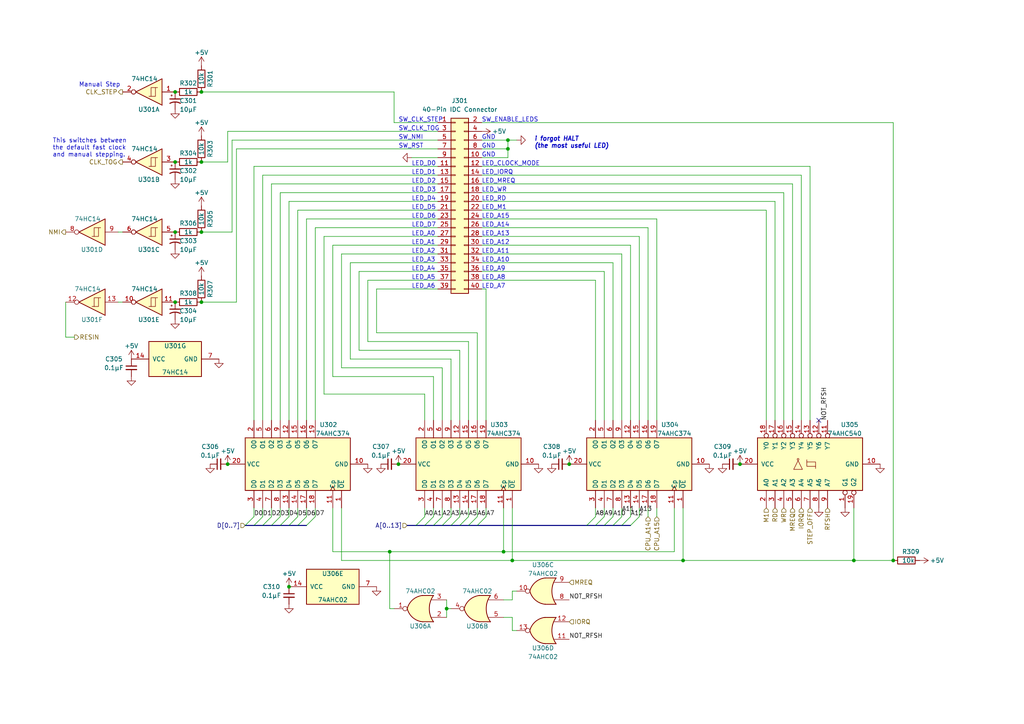
<source format=kicad_sch>
(kicad_sch (version 20230121) (generator eeschema)
  (paper "A4")
  (title_block (title "Computer") (date "2021-02-23") (rev "v1.0") (company "B.W. Harrison") (comment 1 "There are also buttons for NMI, RESET, toggle manual clock, and step manual clock.") (comment 2 "are active. This is because RFSH puts random data on the address bus that we don't want.") (comment 3 "The address and data buses are latched when RFSH is inactive and either MREQ or IORQ") (comment 4 "The front panel displays the address bus, data bus, and various control signals."))
  (lib_symbols
    (symbol "74AHC02_1" (pin_names (offset 1.016))
      (property "Reference" "U" (at 0 1.27 0))
      (property "Value" "74AHC02" (at 0 -1.27 0))
      (symbol "74AHC02_1_1_1"
        (pin output inverted (at 7.62 0 180) (length 3.81) (name "~") (number "1"))
        (pin input line (at -7.62 2.54 0) (length 4.318) (name "~") (number "2"))
        (pin input line (at -7.62 -2.54 0) (length 4.318) (name "~") (number "3"))
      )
      (symbol "74AHC02_1_1_2"
        (pin output line (at 7.62 0 180) (length 3.81) (name "~") (number "1"))
        (pin input inverted (at -7.62 2.54 0) (length 3.81) (name "~") (number "2"))
        (pin input inverted (at -7.62 -2.54 0) (length 3.81) (name "~") (number "3"))
      )
      (symbol "74AHC02_1_2_1"
        (pin output inverted (at 7.62 0 180) (length 3.81) (name "~") (number "4"))
        (pin input line (at -7.62 2.54 0) (length 4.318) (name "~") (number "5"))
        (pin input line (at -7.62 -2.54 0) (length 4.318) (name "~") (number "6"))
      )
      (symbol "74AHC02_1_2_2"
        (pin output line (at 7.62 0 180) (length 3.81) (name "~") (number "4"))
        (pin input inverted (at -7.62 2.54 0) (length 3.81) (name "~") (number "5"))
        (pin input inverted (at -7.62 -2.54 0) (length 3.81) (name "~") (number "6"))
      )
      (symbol "74AHC02_1_3_1"
        (pin output inverted (at 7.62 0 180) (length 3.81) (name "~") (number "10"))
        (pin input line (at -7.62 2.54 0) (length 4.318) (name "~") (number "8"))
        (pin input line (at -7.62 -2.54 0) (length 4.318) (name "~") (number "9"))
      )
      (symbol "74AHC02_1_3_2"
        (pin output line (at 7.62 0 180) (length 3.81) (name "~") (number "10"))
        (pin input inverted (at -7.62 2.54 0) (length 3.81) (name "~") (number "8"))
        (pin input inverted (at -7.62 -2.54 0) (length 3.81) (name "~") (number "9"))
      )
      (symbol "74AHC02_1_4_1"
        (pin input line (at -7.62 2.54 0) (length 4.318) (name "~") (number "11"))
        (pin input line (at -7.62 -2.54 0) (length 4.318) (name "~") (number "12"))
        (pin output inverted (at 7.62 0 180) (length 3.81) (name "~") (number "13"))
      )
      (symbol "74AHC02_1_4_2"
        (pin input inverted (at -7.62 2.54 0) (length 3.81) (name "~") (number "11"))
        (pin input inverted (at -7.62 -2.54 0) (length 3.81) (name "~") (number "12"))
        (pin output line (at 7.62 0 180) (length 3.81) (name "~") (number "13"))
      )
      (symbol "74AHC02_1_5_0"
        (pin power_in line (at 0 12.7 270) (length 5.08) (name "VCC") (number "14"))
        (pin power_in line (at 0 -12.7 90) (length 5.08) (name "GND") (number "7"))
      )
    )
    (symbol "74AHC02_2" (pin_names (offset 1.016))
      (property "Reference" "U" (at 0 1.27 0))
      (property "Value" "74AHC02" (at 0 -1.27 0))
      (symbol "74AHC02_2_1_1"
        (pin output inverted (at 7.62 0 180) (length 3.81) (name "~") (number "1"))
        (pin input line (at -7.62 2.54 0) (length 4.318) (name "~") (number "2"))
        (pin input line (at -7.62 -2.54 0) (length 4.318) (name "~") (number "3"))
      )
      (symbol "74AHC02_2_1_2"
        (pin output line (at 7.62 0 180) (length 3.81) (name "~") (number "1"))
        (pin input inverted (at -7.62 2.54 0) (length 3.81) (name "~") (number "2"))
        (pin input inverted (at -7.62 -2.54 0) (length 3.81) (name "~") (number "3"))
      )
      (symbol "74AHC02_2_2_1"
        (pin output inverted (at 7.62 0 180) (length 3.81) (name "~") (number "4"))
        (pin input line (at -7.62 2.54 0) (length 4.318) (name "~") (number "5"))
        (pin input line (at -7.62 -2.54 0) (length 4.318) (name "~") (number "6"))
      )
      (symbol "74AHC02_2_2_2"
        (pin output line (at 7.62 0 180) (length 3.81) (name "~") (number "4"))
        (pin input inverted (at -7.62 2.54 0) (length 3.81) (name "~") (number "5"))
        (pin input inverted (at -7.62 -2.54 0) (length 3.81) (name "~") (number "6"))
      )
      (symbol "74AHC02_2_3_1"
        (pin output inverted (at 7.62 0 180) (length 3.81) (name "~") (number "10"))
        (pin input line (at -7.62 2.54 0) (length 4.318) (name "~") (number "8"))
        (pin input line (at -7.62 -2.54 0) (length 4.318) (name "~") (number "9"))
      )
      (symbol "74AHC02_2_3_2"
        (pin output line (at 7.62 0 180) (length 3.81) (name "~") (number "10"))
        (pin input inverted (at -7.62 2.54 0) (length 3.81) (name "~") (number "8"))
        (pin input inverted (at -7.62 -2.54 0) (length 3.81) (name "~") (number "9"))
      )
      (symbol "74AHC02_2_4_1"
        (pin input line (at -7.62 2.54 0) (length 4.318) (name "~") (number "11"))
        (pin input line (at -7.62 -2.54 0) (length 4.318) (name "~") (number "12"))
        (pin output inverted (at 7.62 0 180) (length 3.81) (name "~") (number "13"))
      )
      (symbol "74AHC02_2_4_2"
        (pin input inverted (at -7.62 2.54 0) (length 3.81) (name "~") (number "11"))
        (pin input inverted (at -7.62 -2.54 0) (length 3.81) (name "~") (number "12"))
        (pin output line (at 7.62 0 180) (length 3.81) (name "~") (number "13"))
      )
      (symbol "74AHC02_2_5_0"
        (pin power_in line (at 0 12.7 270) (length 5.08) (name "VCC") (number "14"))
        (pin power_in line (at 0 -12.7 90) (length 5.08) (name "GND") (number "7"))
      )
    )
    (symbol "74AHC02_3" (pin_names (offset 1.016))
      (property "Reference" "U" (at 0 1.27 0))
      (property "Value" "74AHC02" (at 0 -1.27 0))
      (symbol "74AHC02_3_1_1"
        (pin output inverted (at 7.62 0 180) (length 3.81) (name "~") (number "1"))
        (pin input line (at -7.62 2.54 0) (length 4.318) (name "~") (number "2"))
        (pin input line (at -7.62 -2.54 0) (length 4.318) (name "~") (number "3"))
      )
      (symbol "74AHC02_3_1_2"
        (pin output line (at 7.62 0 180) (length 3.81) (name "~") (number "1"))
        (pin input inverted (at -7.62 2.54 0) (length 3.81) (name "~") (number "2"))
        (pin input inverted (at -7.62 -2.54 0) (length 3.81) (name "~") (number "3"))
      )
      (symbol "74AHC02_3_2_1"
        (pin output inverted (at 7.62 0 180) (length 3.81) (name "~") (number "4"))
        (pin input line (at -7.62 2.54 0) (length 4.318) (name "~") (number "5"))
        (pin input line (at -7.62 -2.54 0) (length 4.318) (name "~") (number "6"))
      )
      (symbol "74AHC02_3_2_2"
        (pin output line (at 7.62 0 180) (length 3.81) (name "~") (number "4"))
        (pin input inverted (at -7.62 2.54 0) (length 3.81) (name "~") (number "5"))
        (pin input inverted (at -7.62 -2.54 0) (length 3.81) (name "~") (number "6"))
      )
      (symbol "74AHC02_3_3_1"
        (pin output inverted (at 7.62 0 180) (length 3.81) (name "~") (number "10"))
        (pin input line (at -7.62 2.54 0) (length 4.318) (name "~") (number "8"))
        (pin input line (at -7.62 -2.54 0) (length 4.318) (name "~") (number "9"))
      )
      (symbol "74AHC02_3_3_2"
        (pin output line (at 7.62 0 180) (length 3.81) (name "~") (number "10"))
        (pin input inverted (at -7.62 2.54 0) (length 3.81) (name "~") (number "8"))
        (pin input inverted (at -7.62 -2.54 0) (length 3.81) (name "~") (number "9"))
      )
      (symbol "74AHC02_3_4_1"
        (pin input line (at -7.62 2.54 0) (length 4.318) (name "~") (number "11"))
        (pin input line (at -7.62 -2.54 0) (length 4.318) (name "~") (number "12"))
        (pin output inverted (at 7.62 0 180) (length 3.81) (name "~") (number "13"))
      )
      (symbol "74AHC02_3_4_2"
        (pin input inverted (at -7.62 2.54 0) (length 3.81) (name "~") (number "11"))
        (pin input inverted (at -7.62 -2.54 0) (length 3.81) (name "~") (number "12"))
        (pin output line (at 7.62 0 180) (length 3.81) (name "~") (number "13"))
      )
      (symbol "74AHC02_3_5_0"
        (pin power_in line (at 0 12.7 270) (length 5.08) (name "VCC") (number "14"))
        (pin power_in line (at 0 -12.7 90) (length 5.08) (name "GND") (number "7"))
      )
    )
    (symbol "74AHC02_4" (pin_names (offset 1.016))
      (property "Reference" "U" (at 0 1.27 0))
      (property "Value" "74AHC02" (at 0 -1.27 0))
      (symbol "74AHC02_4_1_1"
        (pin output inverted (at 7.62 0 180) (length 3.81) (name "~") (number "1"))
        (pin input line (at -7.62 2.54 0) (length 4.318) (name "~") (number "2"))
        (pin input line (at -7.62 -2.54 0) (length 4.318) (name "~") (number "3"))
      )
      (symbol "74AHC02_4_1_2"
        (pin output line (at 7.62 0 180) (length 3.81) (name "~") (number "1"))
        (pin input inverted (at -7.62 2.54 0) (length 3.81) (name "~") (number "2"))
        (pin input inverted (at -7.62 -2.54 0) (length 3.81) (name "~") (number "3"))
      )
      (symbol "74AHC02_4_2_1"
        (pin output inverted (at 7.62 0 180) (length 3.81) (name "~") (number "4"))
        (pin input line (at -7.62 2.54 0) (length 4.318) (name "~") (number "5"))
        (pin input line (at -7.62 -2.54 0) (length 4.318) (name "~") (number "6"))
      )
      (symbol "74AHC02_4_2_2"
        (pin output line (at 7.62 0 180) (length 3.81) (name "~") (number "4"))
        (pin input inverted (at -7.62 2.54 0) (length 3.81) (name "~") (number "5"))
        (pin input inverted (at -7.62 -2.54 0) (length 3.81) (name "~") (number "6"))
      )
      (symbol "74AHC02_4_3_1"
        (pin output inverted (at 7.62 0 180) (length 3.81) (name "~") (number "10"))
        (pin input line (at -7.62 2.54 0) (length 4.318) (name "~") (number "8"))
        (pin input line (at -7.62 -2.54 0) (length 4.318) (name "~") (number "9"))
      )
      (symbol "74AHC02_4_3_2"
        (pin output line (at 7.62 0 180) (length 3.81) (name "~") (number "10"))
        (pin input inverted (at -7.62 2.54 0) (length 3.81) (name "~") (number "8"))
        (pin input inverted (at -7.62 -2.54 0) (length 3.81) (name "~") (number "9"))
      )
      (symbol "74AHC02_4_4_1"
        (pin input line (at -7.62 2.54 0) (length 4.318) (name "~") (number "11"))
        (pin input line (at -7.62 -2.54 0) (length 4.318) (name "~") (number "12"))
        (pin output inverted (at 7.62 0 180) (length 3.81) (name "~") (number "13"))
      )
      (symbol "74AHC02_4_4_2"
        (pin input inverted (at -7.62 2.54 0) (length 3.81) (name "~") (number "11"))
        (pin input inverted (at -7.62 -2.54 0) (length 3.81) (name "~") (number "12"))
        (pin output line (at 7.62 0 180) (length 3.81) (name "~") (number "13"))
      )
      (symbol "74AHC02_4_5_0"
        (pin power_in line (at 0 12.7 270) (length 5.08) (name "VCC") (number "14"))
        (pin power_in line (at 0 -12.7 90) (length 5.08) (name "GND") (number "7"))
      )
    )
    (symbol "74xx:74AHC02" (pin_names (offset 1.016))
      (property "Reference" "U" (at 0 1.27 0))
      (property "Value" "74AHC02" (at 0 -1.27 0))
      (symbol "74AHC02_1_1"
        (pin output inverted (at 7.62 0 180) (length 3.81) (name "~") (number "1"))
        (pin input line (at -7.62 2.54 0) (length 4.318) (name "~") (number "2"))
        (pin input line (at -7.62 -2.54 0) (length 4.318) (name "~") (number "3"))
      )
      (symbol "74AHC02_1_2"
        (pin output line (at 7.62 0 180) (length 3.81) (name "~") (number "1"))
        (pin input inverted (at -7.62 2.54 0) (length 3.81) (name "~") (number "2"))
        (pin input inverted (at -7.62 -2.54 0) (length 3.81) (name "~") (number "3"))
      )
      (symbol "74AHC02_2_1"
        (pin output inverted (at 7.62 0 180) (length 3.81) (name "~") (number "4"))
        (pin input line (at -7.62 2.54 0) (length 4.318) (name "~") (number "5"))
        (pin input line (at -7.62 -2.54 0) (length 4.318) (name "~") (number "6"))
      )
      (symbol "74AHC02_2_2"
        (pin output line (at 7.62 0 180) (length 3.81) (name "~") (number "4"))
        (pin input inverted (at -7.62 2.54 0) (length 3.81) (name "~") (number "5"))
        (pin input inverted (at -7.62 -2.54 0) (length 3.81) (name "~") (number "6"))
      )
      (symbol "74AHC02_3_1"
        (pin output inverted (at 7.62 0 180) (length 3.81) (name "~") (number "10"))
        (pin input line (at -7.62 2.54 0) (length 4.318) (name "~") (number "8"))
        (pin input line (at -7.62 -2.54 0) (length 4.318) (name "~") (number "9"))
      )
      (symbol "74AHC02_3_2"
        (pin output line (at 7.62 0 180) (length 3.81) (name "~") (number "10"))
        (pin input inverted (at -7.62 2.54 0) (length 3.81) (name "~") (number "8"))
        (pin input inverted (at -7.62 -2.54 0) (length 3.81) (name "~") (number "9"))
      )
      (symbol "74AHC02_4_1"
        (pin input line (at -7.62 2.54 0) (length 4.318) (name "~") (number "11"))
        (pin input line (at -7.62 -2.54 0) (length 4.318) (name "~") (number "12"))
        (pin output inverted (at 7.62 0 180) (length 3.81) (name "~") (number "13"))
      )
      (symbol "74AHC02_4_2"
        (pin input inverted (at -7.62 2.54 0) (length 3.81) (name "~") (number "11"))
        (pin input inverted (at -7.62 -2.54 0) (length 3.81) (name "~") (number "12"))
        (pin output line (at 7.62 0 180) (length 3.81) (name "~") (number "13"))
      )
      (symbol "74AHC02_5_0"
        (pin power_in line (at 0 12.7 270) (length 5.08) (name "VCC") (number "14"))
        (pin power_in line (at 0 -12.7 90) (length 5.08) (name "GND") (number "7"))
      )
    )
    (symbol "74xx:74AHC374"
      (property "Reference" "U" (at -7.62 16.51 0))
      (property "Value" "74AHC374" (at -7.62 -16.51 0))
      (symbol "74AHC374_1_0"
        (pin input line (at -12.7 -12.7 0) (length 5.08) (name "~{OE}") (number "1"))
        (pin power_in line (at 0 -20.32 90) (length 5.08) (name "GND") (number "10"))
        (pin input clock (at -12.7 -10.16 0) (length 5.08) (name "Cp") (number "11"))
        (pin tri_state line (at 12.7 2.54 180) (length 5.08) (name "O4") (number "12"))
        (pin input line (at -12.7 2.54 0) (length 5.08) (name "D4") (number "13"))
        (pin input line (at -12.7 0 0) (length 5.08) (name "D5") (number "14"))
        (pin tri_state line (at 12.7 0 180) (length 5.08) (name "O5") (number "15"))
        (pin tri_state line (at 12.7 -2.54 180) (length 5.08) (name "O6") (number "16"))
        (pin input line (at -12.7 -2.54 0) (length 5.08) (name "D6") (number "17"))
        (pin input line (at -12.7 -5.08 0) (length 5.08) (name "D7") (number "18"))
        (pin tri_state line (at 12.7 -5.08 180) (length 5.08) (name "O7") (number "19"))
        (pin tri_state line (at 12.7 12.7 180) (length 5.08) (name "O0") (number "2"))
        (pin power_in line (at 0 20.32 270) (length 5.08) (name "VCC") (number "20"))
        (pin input line (at -12.7 12.7 0) (length 5.08) (name "D0") (number "3"))
        (pin input line (at -12.7 10.16 0) (length 5.08) (name "D1") (number "4"))
        (pin tri_state line (at 12.7 10.16 180) (length 5.08) (name "O1") (number "5"))
        (pin tri_state line (at 12.7 7.62 180) (length 5.08) (name "O2") (number "6"))
        (pin input line (at -12.7 7.62 0) (length 5.08) (name "D2") (number "7"))
        (pin input line (at -12.7 5.08 0) (length 5.08) (name "D3") (number "8"))
        (pin tri_state line (at 12.7 5.08 180) (length 5.08) (name "O3") (number "9"))
      )
    )
    (symbol "74xx:74AHC540" (pin_names (offset 1.016))
      (property "Reference" "U" (at -7.62 16.51 0))
      (property "Value" "74AHC540" (at -7.62 -16.51 0))
      (symbol "74AHC540_1_0"
        (pin input inverted (at -12.7 -10.16 0) (length 5.08) (name "G1") (number "1"))
        (pin power_in line (at 0 -20.32 90) (length 5.08) (name "GND") (number "10"))
        (pin tri_state inverted (at 12.7 -5.08 180) (length 5.08) (name "Y7") (number "11"))
        (pin tri_state inverted (at 12.7 -2.54 180) (length 5.08) (name "Y6") (number "12"))
        (pin tri_state inverted (at 12.7 0 180) (length 5.08) (name "Y5") (number "13"))
        (pin tri_state inverted (at 12.7 2.54 180) (length 5.08) (name "Y4") (number "14"))
        (pin tri_state inverted (at 12.7 5.08 180) (length 5.08) (name "Y3") (number "15"))
        (pin tri_state inverted (at 12.7 7.62 180) (length 5.08) (name "Y2") (number "16"))
        (pin tri_state inverted (at 12.7 10.16 180) (length 5.08) (name "Y1") (number "17"))
        (pin tri_state inverted (at 12.7 12.7 180) (length 5.08) (name "Y0") (number "18"))
        (pin input inverted (at -12.7 -12.7 0) (length 5.08) (name "G2") (number "19"))
        (pin input line (at -12.7 12.7 0) (length 5.08) (name "A0") (number "2"))
        (pin power_in line (at 0 20.32 270) (length 5.08) (name "VCC") (number "20"))
        (pin input line (at -12.7 10.16 0) (length 5.08) (name "A1") (number "3"))
        (pin input line (at -12.7 7.62 0) (length 5.08) (name "A2") (number "4"))
        (pin input line (at -12.7 5.08 0) (length 5.08) (name "A3") (number "5"))
        (pin input line (at -12.7 2.54 0) (length 5.08) (name "A4") (number "6"))
        (pin input line (at -12.7 0 0) (length 5.08) (name "A5") (number "7"))
        (pin input line (at -12.7 -2.54 0) (length 5.08) (name "A6") (number "8"))
        (pin input line (at -12.7 -5.08 0) (length 5.08) (name "A7") (number "9"))
      )
    )
    (symbol "74xx:74HC14" (pin_names (offset 1.016))
      (property "Reference" "U" (at 0 1.27 0))
      (property "Value" "74HC14" (at 0 -1.27 0))
      (symbol "74HC14_1_0"
        (pin input line (at -7.62 0 0) (length 3.81) (name "~") (number "1"))
        (pin output inverted (at 7.62 0 180) (length 3.81) (name "~") (number "2"))
      )
      (symbol "74HC14_2_0"
        (pin input line (at -7.62 0 0) (length 3.81) (name "~") (number "3"))
        (pin output inverted (at 7.62 0 180) (length 3.81) (name "~") (number "4"))
      )
      (symbol "74HC14_3_0"
        (pin input line (at -7.62 0 0) (length 3.81) (name "~") (number "5"))
        (pin output inverted (at 7.62 0 180) (length 3.81) (name "~") (number "6"))
      )
      (symbol "74HC14_4_0"
        (pin output inverted (at 7.62 0 180) (length 3.81) (name "~") (number "8"))
        (pin input line (at -7.62 0 0) (length 3.81) (name "~") (number "9"))
      )
      (symbol "74HC14_5_0"
        (pin output inverted (at 7.62 0 180) (length 3.81) (name "~") (number "10"))
        (pin input line (at -7.62 0 0) (length 3.81) (name "~") (number "11"))
      )
      (symbol "74HC14_6_0"
        (pin output inverted (at 7.62 0 180) (length 3.81) (name "~") (number "12"))
        (pin input line (at -7.62 0 0) (length 3.81) (name "~") (number "13"))
      )
      (symbol "74HC14_7_0"
        (pin power_in line (at 0 12.7 270) (length 5.08) (name "VCC") (number "14"))
        (pin power_in line (at 0 -12.7 90) (length 5.08) (name "GND") (number "7"))
      )
    )
    (symbol "Connector_Generic:Conn_02x20_Odd_Even" (pin_names (offset 1.016) hide)
      (property "Reference" "J" (at 1.27 25.4 0))
      (property "Value" "Conn_02x20_Odd_Even" (at 1.27 -27.94 0))
      (symbol "Conn_02x20_Odd_Even_1_1"
        (pin passive line (at -5.08 22.86 0) (length 3.81) (name "Pin_1") (number "1"))
        (pin passive line (at 7.62 12.7 180) (length 3.81) (name "Pin_10") (number "10"))
        (pin passive line (at -5.08 10.16 0) (length 3.81) (name "Pin_11") (number "11"))
        (pin passive line (at 7.62 10.16 180) (length 3.81) (name "Pin_12") (number "12"))
        (pin passive line (at -5.08 7.62 0) (length 3.81) (name "Pin_13") (number "13"))
        (pin passive line (at 7.62 7.62 180) (length 3.81) (name "Pin_14") (number "14"))
        (pin passive line (at -5.08 5.08 0) (length 3.81) (name "Pin_15") (number "15"))
        (pin passive line (at 7.62 5.08 180) (length 3.81) (name "Pin_16") (number "16"))
        (pin passive line (at -5.08 2.54 0) (length 3.81) (name "Pin_17") (number "17"))
        (pin passive line (at 7.62 2.54 180) (length 3.81) (name "Pin_18") (number "18"))
        (pin passive line (at -5.08 0 0) (length 3.81) (name "Pin_19") (number "19"))
        (pin passive line (at 7.62 22.86 180) (length 3.81) (name "Pin_2") (number "2"))
        (pin passive line (at 7.62 0 180) (length 3.81) (name "Pin_20") (number "20"))
        (pin passive line (at -5.08 -2.54 0) (length 3.81) (name "Pin_21") (number "21"))
        (pin passive line (at 7.62 -2.54 180) (length 3.81) (name "Pin_22") (number "22"))
        (pin passive line (at -5.08 -5.08 0) (length 3.81) (name "Pin_23") (number "23"))
        (pin passive line (at 7.62 -5.08 180) (length 3.81) (name "Pin_24") (number "24"))
        (pin passive line (at -5.08 -7.62 0) (length 3.81) (name "Pin_25") (number "25"))
        (pin passive line (at 7.62 -7.62 180) (length 3.81) (name "Pin_26") (number "26"))
        (pin passive line (at -5.08 -10.16 0) (length 3.81) (name "Pin_27") (number "27"))
        (pin passive line (at 7.62 -10.16 180) (length 3.81) (name "Pin_28") (number "28"))
        (pin passive line (at -5.08 -12.7 0) (length 3.81) (name "Pin_29") (number "29"))
        (pin passive line (at -5.08 20.32 0) (length 3.81) (name "Pin_3") (number "3"))
        (pin passive line (at 7.62 -12.7 180) (length 3.81) (name "Pin_30") (number "30"))
        (pin passive line (at -5.08 -15.24 0) (length 3.81) (name "Pin_31") (number "31"))
        (pin passive line (at 7.62 -15.24 180) (length 3.81) (name "Pin_32") (number "32"))
        (pin passive line (at -5.08 -17.78 0) (length 3.81) (name "Pin_33") (number "33"))
        (pin passive line (at 7.62 -17.78 180) (length 3.81) (name "Pin_34") (number "34"))
        (pin passive line (at -5.08 -20.32 0) (length 3.81) (name "Pin_35") (number "35"))
        (pin passive line (at 7.62 -20.32 180) (length 3.81) (name "Pin_36") (number "36"))
        (pin passive line (at -5.08 -22.86 0) (length 3.81) (name "Pin_37") (number "37"))
        (pin passive line (at 7.62 -22.86 180) (length 3.81) (name "Pin_38") (number "38"))
        (pin passive line (at -5.08 -25.4 0) (length 3.81) (name "Pin_39") (number "39"))
        (pin passive line (at 7.62 20.32 180) (length 3.81) (name "Pin_4") (number "4"))
        (pin passive line (at 7.62 -25.4 180) (length 3.81) (name "Pin_40") (number "40"))
        (pin passive line (at -5.08 17.78 0) (length 3.81) (name "Pin_5") (number "5"))
        (pin passive line (at 7.62 17.78 180) (length 3.81) (name "Pin_6") (number "6"))
        (pin passive line (at -5.08 15.24 0) (length 3.81) (name "Pin_7") (number "7"))
        (pin passive line (at 7.62 15.24 180) (length 3.81) (name "Pin_8") (number "8"))
        (pin passive line (at -5.08 12.7 0) (length 3.81) (name "Pin_9") (number "9"))
      )
    )
    (symbol "Device:C_Polarized_Small_US" (pin_numbers hide) (pin_names (offset 0.254) hide)
      (property "Reference" "C" (at 0.254 1.778 0))
      (property "Value" "C_Polarized_Small_US" (at 0.254 -2.032 0))
      (symbol "C_Polarized_Small_US_1_1"
        (pin passive line (at 0 2.54 270) (length 2.032) (name "~") (number "1"))
        (pin passive line (at 0 -2.54 90) (length 2.032) (name "~") (number "2"))
      )
    )
    (symbol "Device:C_Small" (pin_numbers hide) (pin_names (offset 0.254) hide)
      (property "Reference" "C" (at 0.254 1.778 0))
      (property "Value" "C_Small" (at 0.254 -2.032 0))
      (symbol "C_Small_1_1"
        (pin passive line (at 0 2.54 270) (length 2.032) (name "~") (number "1"))
        (pin passive line (at 0 -2.54 90) (length 2.032) (name "~") (number "2"))
      )
    )
    (symbol "Device:R" (pin_numbers hide) (pin_names (offset 0))
      (property "Reference" "R" (at 2.032 0 90))
      (property "Value" "R" (at 0 0 90))
      (symbol "R_1_1"
        (pin passive line (at 0 3.81 270) (length 1.27) (name "~") (number "1"))
        (pin passive line (at 0 -3.81 90) (length 1.27) (name "~") (number "2"))
      )
    )
    (symbol "power:+5V" (power) (pin_names (offset 0))
      (property "Value" "+5V" (at 0 3.556 0))
      (symbol "+5V_1_1"
        (pin power_in line (at 0 0 90) (length 0) hide (name "+5V") (number "1"))
      )
    )
    (symbol "power:GND" (power) (pin_names (offset 0))
      (property "Value" "GND" (at 0 -3.81 0))
      (symbol "GND_1_1"
        (pin power_in line (at 0 0 270) (length 0) hide (name "GND") (number "1"))
      )
    )
  )
  (junction (at 198.12 162.56))
  (junction (at 83.82 170.18))
  (junction (at 147.32 43.18))
  (junction (at 165.1 134.62))
  (junction (at 129.54 176.53))
  (junction (at 148.59 162.56))
  (junction (at 247.65 162.56))
  (junction (at 146.05 160.02))
  (junction (at 50.8 46.99))
  (junction (at 50.8 67.31))
  (junction (at 58.42 46.99))
  (junction (at 259.08 162.56))
  (junction (at 50.8 26.67))
  (junction (at 58.42 87.63))
  (junction (at 214.63 134.62))
  (junction (at 50.8 87.63))
  (junction (at 113.03 160.02))
  (junction (at 66.04 134.62))
  (junction (at 115.57 134.62))
  (junction (at 58.42 26.67))
  (junction (at 58.42 67.31))
  (junction (at 147.32 40.64))
  (no_connect (at 237.49 121.92))
  (bus_entry (at 128.27 152.4) (size 2.54 -2.54))
  (bus_entry (at 182.88 152.4) (size 2.54 -2.54))
  (bus_entry (at 177.8 152.4) (size 2.54 -2.54))
  (bus_entry (at 76.2 152.4) (size 2.54 -2.54))
  (bus_entry (at 130.81 152.4) (size 2.54 -2.54))
  (bus_entry (at 78.74 152.4) (size 2.54 -2.54))
  (bus_entry (at 88.9 152.4) (size 2.54 -2.54))
  (bus_entry (at 73.66 152.4) (size 2.54 -2.54))
  (bus_entry (at 180.34 152.4) (size 2.54 -2.54))
  (bus_entry (at 123.19 152.4) (size 2.54 -2.54))
  (bus_entry (at 133.35 152.4) (size 2.54 -2.54))
  (bus_entry (at 170.18 152.4) (size 2.54 -2.54))
  (bus_entry (at 125.73 152.4) (size 2.54 -2.54))
  (bus_entry (at 86.36 152.4) (size 2.54 -2.54))
  (bus_entry (at 71.12 152.4) (size 2.54 -2.54))
  (bus_entry (at 138.43 152.4) (size 2.54 -2.54))
  (bus_entry (at 135.89 152.4) (size 2.54 -2.54))
  (bus_entry (at 120.65 152.4) (size 2.54 -2.54))
  (bus_entry (at 81.28 152.4) (size 2.54 -2.54))
  (bus_entry (at 172.72 152.4) (size 2.54 -2.54))
  (bus_entry (at 175.26 152.4) (size 2.54 -2.54))
  (bus_entry (at 83.82 152.4) (size 2.54 -2.54))
  (wire (pts (xy 106.68 99.06) (xy 135.89 99.06)))
  (wire (pts (xy 91.44 149.86) (xy 91.44 147.32)))
  (wire (pts (xy 147.32 43.18) (xy 147.32 45.72)))
  (wire (pts (xy 106.68 81.28) (xy 106.68 99.06)))
  (wire (pts (xy 123.19 114.3) (xy 123.19 121.92)))
  (wire (pts (xy 187.96 66.04) (xy 187.96 121.92)))
  (wire (pts (xy 78.74 147.32) (xy 78.74 149.86)))
  (bus (pts (xy 175.26 152.4) (xy 177.8 152.4)))
  (wire (pts (xy 101.6 104.14) (xy 130.81 104.14)))
  (wire (pts (xy 88.9 63.5) (xy 127 63.5)))
  (wire (pts (xy 19.05 97.79) (xy 19.05 87.63)))
  (wire (pts (xy 139.7 66.04) (xy 187.96 66.04)))
  (wire (pts (xy 76.2 149.86) (xy 76.2 147.32)))
  (wire (pts (xy 177.8 147.32) (xy 177.8 149.86)))
  (bus (pts (xy 123.19 152.4) (xy 125.73 152.4)))
  (wire (pts (xy 146.05 160.02) (xy 195.58 160.02)))
  (wire (pts (xy 229.87 53.34) (xy 229.87 121.92)))
  (wire (pts (xy 99.06 162.56) (xy 148.59 162.56)))
  (wire (pts (xy 99.06 147.32) (xy 99.06 162.56)))
  (wire (pts (xy 224.79 58.42) (xy 224.79 121.92)))
  (wire (pts (xy 73.66 48.26) (xy 73.66 121.92)))
  (wire (pts (xy 96.52 71.12) (xy 96.52 109.22)))
  (wire (pts (xy 86.36 60.96) (xy 86.36 121.92)))
  (wire (pts (xy 127 71.12) (xy 96.52 71.12)))
  (wire (pts (xy 190.5 147.32) (xy 190.5 149.86)))
  (wire (pts (xy 128.27 106.68) (xy 99.06 106.68)))
  (wire (pts (xy 190.5 63.5) (xy 190.5 121.92)))
  (wire (pts (xy 180.34 147.32) (xy 180.34 149.86)))
  (wire (pts (xy 67.31 67.31) (xy 67.31 40.64)))
  (wire (pts (xy 147.32 40.64) (xy 139.7 40.64)))
  (wire (pts (xy 83.82 58.42) (xy 83.82 121.92)))
  (wire (pts (xy 198.12 162.56) (xy 247.65 162.56)))
  (wire (pts (xy 133.35 101.6) (xy 133.35 121.92)))
  (wire (pts (xy 148.59 171.45) (xy 149.86 171.45)))
  (wire (pts (xy 130.81 147.32) (xy 130.81 149.86)))
  (wire (pts (xy 247.65 162.56) (xy 259.08 162.56)))
  (wire (pts (xy 113.03 176.53) (xy 113.03 160.02)))
  (bus (pts (xy 76.2 152.4) (xy 78.74 152.4)))
  (wire (pts (xy 127 50.8) (xy 76.2 50.8)))
  (wire (pts (xy 180.34 73.66) (xy 180.34 121.92)))
  (wire (pts (xy 175.26 78.74) (xy 139.7 78.74)))
  (wire (pts (xy 139.7 81.28) (xy 172.72 81.28)))
  (wire (pts (xy 73.66 147.32) (xy 73.66 149.86)))
  (wire (pts (xy 67.31 40.64) (xy 127 40.64)))
  (wire (pts (xy 198.12 147.32) (xy 198.12 162.56)))
  (wire (pts (xy 119.38 45.72) (xy 127 45.72)))
  (wire (pts (xy 149.86 182.88) (xy 148.59 182.88)))
  (wire (pts (xy 222.25 60.96) (xy 139.7 60.96)))
  (wire (pts (xy 185.42 68.58) (xy 185.42 121.92)))
  (bus (pts (xy 172.72 152.4) (xy 175.26 152.4)))
  (bus (pts (xy 135.89 152.4) (xy 138.43 152.4)))
  (wire (pts (xy 68.58 43.18) (xy 68.58 87.63)))
  (wire (pts (xy 101.6 76.2) (xy 101.6 104.14)))
  (wire (pts (xy 96.52 109.22) (xy 125.73 109.22)))
  (wire (pts (xy 129.54 173.99) (xy 129.54 176.53)))
  (wire (pts (xy 96.52 160.02) (xy 96.52 147.32)))
  (bus (pts (xy 118.11 152.4) (xy 120.65 152.4)))
  (wire (pts (xy 140.97 83.82) (xy 140.97 121.92)))
  (wire (pts (xy 73.66 48.26) (xy 127 48.26)))
  (bus (pts (xy 180.34 152.4) (xy 182.88 152.4)))
  (wire (pts (xy 127 43.18) (xy 68.58 43.18)))
  (wire (pts (xy 147.32 40.64) (xy 149.86 40.64)))
  (wire (pts (xy 187.96 147.32) (xy 187.96 149.86)))
  (wire (pts (xy 109.22 83.82) (xy 127 83.82)))
  (wire (pts (xy 58.42 26.67) (xy 114.3 26.67)))
  (wire (pts (xy 58.42 67.31) (xy 67.31 67.31)))
  (wire (pts (xy 185.42 68.58) (xy 139.7 68.58)))
  (wire (pts (xy 88.9 63.5) (xy 88.9 121.92)))
  (wire (pts (xy 140.97 83.82) (xy 139.7 83.82)))
  (bus (pts (xy 78.74 152.4) (xy 81.28 152.4)))
  (wire (pts (xy 129.54 176.53) (xy 129.54 179.07)))
  (wire (pts (xy 172.72 81.28) (xy 172.72 121.92)))
  (wire (pts (xy 148.59 182.88) (xy 148.59 179.07)))
  (wire (pts (xy 180.34 73.66) (xy 139.7 73.66)))
  (wire (pts (xy 99.06 106.68) (xy 99.06 73.66)))
  (wire (pts (xy 140.97 147.32) (xy 140.97 149.86)))
  (wire (pts (xy 138.43 96.52) (xy 138.43 121.92)))
  (wire (pts (xy 138.43 147.32) (xy 138.43 149.86)))
  (wire (pts (xy 135.89 99.06) (xy 135.89 121.92)))
  (wire (pts (xy 139.7 35.56) (xy 259.08 35.56)))
  (wire (pts (xy 182.88 71.12) (xy 182.88 121.92)))
  (wire (pts (xy 182.88 147.32) (xy 182.88 149.86)))
  (wire (pts (xy 125.73 109.22) (xy 125.73 121.92)))
  (wire (pts (xy 109.22 96.52) (xy 109.22 83.82)))
  (wire (pts (xy 139.7 43.18) (xy 147.32 43.18)))
  (wire (pts (xy 139.7 53.34) (xy 229.87 53.34)))
  (wire (pts (xy 125.73 147.32) (xy 125.73 149.86)))
  (wire (pts (xy 58.42 46.99) (xy 66.04 46.99)))
  (wire (pts (xy 127 55.88) (xy 81.28 55.88)))
  (wire (pts (xy 104.14 101.6) (xy 104.14 78.74)))
  (wire (pts (xy 148.59 162.56) (xy 198.12 162.56)))
  (wire (pts (xy 123.19 147.32) (xy 123.19 149.86)))
  (wire (pts (xy 247.65 147.32) (xy 247.65 162.56)))
  (wire (pts (xy 99.06 73.66) (xy 127 73.66)))
  (wire (pts (xy 133.35 147.32) (xy 133.35 149.86)))
  (wire (pts (xy 21.59 97.79) (xy 19.05 97.79)))
  (wire (pts (xy 177.8 76.2) (xy 177.8 121.92)))
  (bus (pts (xy 133.35 152.4) (xy 135.89 152.4)))
  (bus (pts (xy 71.12 152.4) (xy 73.66 152.4)))
  (wire (pts (xy 146.05 173.99) (xy 148.59 173.99)))
  (wire (pts (xy 185.42 147.32) (xy 185.42 149.86)))
  (wire (pts (xy 127 66.04) (xy 91.44 66.04)))
  (wire (pts (xy 88.9 147.32) (xy 88.9 149.86)))
  (wire (pts (xy 175.26 78.74) (xy 175.26 121.92)))
  (wire (pts (xy 81.28 149.86) (xy 81.28 147.32)))
  (bus (pts (xy 170.18 152.4) (xy 172.72 152.4)))
  (wire (pts (xy 146.05 160.02) (xy 146.05 147.32)))
  (wire (pts (xy 113.03 160.02) (xy 146.05 160.02)))
  (bus (pts (xy 120.65 152.4) (xy 123.19 152.4)))
  (wire (pts (xy 139.7 48.26) (xy 234.95 48.26)))
  (wire (pts (xy 128.27 106.68) (xy 128.27 121.92)))
  (wire (pts (xy 190.5 63.5) (xy 139.7 63.5)))
  (wire (pts (xy 58.42 87.63) (xy 68.58 87.63)))
  (wire (pts (xy 93.98 68.58) (xy 127 68.58)))
  (wire (pts (xy 148.59 179.07) (xy 146.05 179.07)))
  (wire (pts (xy 114.3 26.67) (xy 114.3 35.56)))
  (wire (pts (xy 147.32 40.64) (xy 147.32 43.18)))
  (wire (pts (xy 175.26 147.32) (xy 175.26 149.86)))
  (wire (pts (xy 123.19 114.3) (xy 93.98 114.3)))
  (wire (pts (xy 138.43 96.52) (xy 109.22 96.52)))
  (wire (pts (xy 127 81.28) (xy 106.68 81.28)))
  (bus (pts (xy 73.66 152.4) (xy 76.2 152.4)))
  (wire (pts (xy 259.08 35.56) (xy 259.08 162.56)))
  (wire (pts (xy 76.2 50.8) (xy 76.2 121.92)))
  (bus (pts (xy 177.8 152.4) (xy 180.34 152.4)))
  (bus (pts (xy 128.27 152.4) (xy 130.81 152.4)))
  (wire (pts (xy 232.41 50.8) (xy 232.41 121.92)))
  (wire (pts (xy 78.74 53.34) (xy 78.74 121.92)))
  (wire (pts (xy 93.98 114.3) (xy 93.98 68.58)))
  (wire (pts (xy 133.35 101.6) (xy 104.14 101.6)))
  (bus (pts (xy 138.43 152.4) (xy 170.18 152.4)))
  (wire (pts (xy 104.14 78.74) (xy 127 78.74)))
  (wire (pts (xy 86.36 149.86) (xy 86.36 147.32)))
  (wire (pts (xy 127 76.2) (xy 101.6 76.2)))
  (wire (pts (xy 35.56 87.63) (xy 34.29 87.63)))
  (wire (pts (xy 130.81 176.53) (xy 129.54 176.53)))
  (wire (pts (xy 172.72 147.32) (xy 172.72 149.86)))
  (wire (pts (xy 135.89 147.32) (xy 135.89 149.86)))
  (wire (pts (xy 139.7 71.12) (xy 182.88 71.12)))
  (wire (pts (xy 78.74 53.34) (xy 127 53.34)))
  (wire (pts (xy 227.33 55.88) (xy 227.33 121.92)))
  (wire (pts (xy 128.27 147.32) (xy 128.27 149.86)))
  (wire (pts (xy 234.95 48.26) (xy 234.95 121.92)))
  (bus (pts (xy 86.36 152.4) (xy 88.9 152.4)))
  (wire (pts (xy 148.59 147.32) (xy 148.59 162.56)))
  (bus (pts (xy 81.28 152.4) (xy 83.82 152.4)))
  (wire (pts (xy 66.04 46.99) (xy 66.04 38.1)))
  (wire (pts (xy 34.29 67.31) (xy 35.56 67.31)))
  (wire (pts (xy 83.82 147.32) (xy 83.82 149.86)))
  (bus (pts (xy 83.82 152.4) (xy 86.36 152.4)))
  (wire (pts (xy 127 60.96) (xy 86.36 60.96)))
  (bus (pts (xy 125.73 152.4) (xy 128.27 152.4)))
  (wire (pts (xy 81.28 55.88) (xy 81.28 121.92)))
  (wire (pts (xy 83.82 58.42) (xy 127 58.42)))
  (wire (pts (xy 139.7 76.2) (xy 177.8 76.2)))
  (wire (pts (xy 147.32 45.72) (xy 139.7 45.72)))
  (wire (pts (xy 113.03 160.02) (xy 96.52 160.02)))
  (wire (pts (xy 232.41 50.8) (xy 139.7 50.8)))
  (wire (pts (xy 148.59 173.99) (xy 148.59 171.45)))
  (bus (pts (xy 130.81 152.4) (xy 133.35 152.4)))
  (wire (pts (xy 139.7 58.42) (xy 224.79 58.42)))
  (wire (pts (xy 227.33 55.88) (xy 139.7 55.88)))
  (wire (pts (xy 130.81 104.14) (xy 130.81 121.92)))
  (wire (pts (xy 66.04 38.1) (xy 127 38.1)))
  (wire (pts (xy 91.44 66.04) (xy 91.44 121.92)))
  (wire (pts (xy 114.3 35.56) (xy 127 35.56)))
  (wire (pts (xy 195.58 160.02) (xy 195.58 147.32)))
  (wire (pts (xy 114.3 176.53) (xy 113.03 176.53)))
  (wire (pts (xy 222.25 60.96) (xy 222.25 121.92)))
  (text "LED_D7" (at 119.38 66.04 0) (effects (font (size 1.27 1.27)) (justify left bottom)))
  (text "LED_A8" (at 139.7 81.28 0) (effects (font (size 1.27 1.27)) (justify left bottom)))
  (text "LED_A15" (at 139.7 63.5 0) (effects (font (size 1.27 1.27)) (justify left bottom)))
  (text "LED_A11" (at 139.7 73.66 0) (effects (font (size 1.27 1.27)) (justify left bottom)))
  (text "LED_D6" (at 119.38 63.5 0) (effects (font (size 1.27 1.27)) (justify left bottom)))
  (text "LED_A13" (at 139.7 68.58 0) (effects (font (size 1.27 1.27)) (justify left bottom)))
  (text "LED_D5" (at 119.38 60.96 0) (effects (font (size 1.27 1.27)) (justify left bottom)))
  (text "LED_A10" (at 139.7 76.2 0) (effects (font (size 1.27 1.27)) (justify left bottom)))
  (text "LED_D0" (at 119.38 48.26 0) (effects (font (size 1.27 1.27)) (justify left bottom)))
  (text "LED_D2" (at 119.38 53.34 0) (effects (font (size 1.27 1.27)) (justify left bottom)))
  (text "LED_D1" (at 119.38 50.8 0) (effects (font (size 1.27 1.27)) (justify left bottom)))
  (text "GND" (at 139.7 40.64 0) (effects (font (size 1.27 1.27)) (justify left bottom)))
  (text "LED_A0" (at 119.38 68.58 0) (effects (font (size 1.27 1.27)) (justify left bottom)))
  (text "SW_CLK_STEP" (at 115.57 35.56 0) (effects (font (size 1.27 1.27)) (justify left bottom)))
  (text "i forgot HALT\n(the most useful LED)" (at 154.94 43.18 0) (effects (font (size 1.27 1.27) (thickness 0.254) bold italic) (justify left bottom)))
  (text "LED_A9" (at 139.7 78.74 0) (effects (font (size 1.27 1.27)) (justify left bottom)))
  (text "LED_D3" (at 119.38 55.88 0) (effects (font (size 1.27 1.27)) (justify left bottom)))
  (text "LED_A1" (at 119.38 71.12 0) (effects (font (size 1.27 1.27)) (justify left bottom)))
  (text "GND" (at 139.7 43.18 0) (effects (font (size 1.27 1.27)) (justify left bottom)))
  (text "LED_MREQ" (at 139.7 53.34 0) (effects (font (size 1.27 1.27)) (justify left bottom)))
  (text "LED_WR" (at 139.7 55.88 0) (effects (font (size 1.27 1.27)) (justify left bottom)))
  (text "LED_M1" (at 139.7 60.96 0) (effects (font (size 1.27 1.27)) (justify left bottom)))
  (text "LED_A3" (at 119.38 76.2 0) (effects (font (size 1.27 1.27)) (justify left bottom)))
  (text "This switches between\nthe default fast clock\nand manual stepping." (at 15.24 45.72 0) (effects (font (size 1.27 1.27)) (justify left bottom)))
  (text "LED_RD" (at 139.7 58.42 0) (effects (font (size 1.27 1.27)) (justify left bottom)))
  (text "LED_A4" (at 119.38 78.74 0) (effects (font (size 1.27 1.27)) (justify left bottom)))
  (text "SW_ENABLE_LEDS" (at 139.7 35.56 0) (effects (font (size 1.27 1.27)) (justify left bottom)))
  (text "LED_IORQ" (at 139.7 50.8 0) (effects (font (size 1.27 1.27)) (justify left bottom)))
  (text "LED_CLOCK_MODE" (at 139.7 48.26 0) (effects (font (size 1.27 1.27)) (justify left bottom)))
  (text "LED_A6" (at 119.38 83.82 0) (effects (font (size 1.27 1.27)) (justify left bottom)))
  (text "SW_NMI" (at 115.57 40.64 0) (effects (font (size 1.27 1.27)) (justify left bottom)))
  (text "SW_CLK_TOG" (at 115.57 38.1 0) (effects (font (size 1.27 1.27)) (justify left bottom)))
  (text "LED_A12" (at 139.7 71.12 0) (effects (font (size 1.27 1.27)) (justify left bottom)))
  (text "LED_D4" (at 119.38 58.42 0) (effects (font (size 1.27 1.27)) (justify left bottom)))
  (text "Manual Step" (at 22.86 25.4 0) (effects (font (size 1.27 1.27)) (justify left bottom)))
  (text "GND" (at 139.7 45.72 0) (effects (font (size 1.27 1.27)) (justify left bottom)))
  (text "LED_A2" (at 119.38 73.66 0) (effects (font (size 1.27 1.27)) (justify left bottom)))
  (text "LED_A5" (at 119.38 81.28 0) (effects (font (size 1.27 1.27)) (justify left bottom)))
  (text "SW_RST" (at 115.57 43.18 0) (effects (font (size 1.27 1.27)) (justify left bottom)))
  (text "LED_A14" (at 139.7 66.04 0) (effects (font (size 1.27 1.27)) (justify left bottom)))
  (text "LED_A7" (at 139.7 83.82 0) (effects (font (size 1.27 1.27)) (justify left bottom)))
  (label "A1" (at 125.73 149.86 0))
  (label "D2" (at 78.74 149.86 0))
  (label "A6" (at 138.43 149.86 0))
  (label "A4" (at 133.35 149.86 0))
  (label "D0" (at 73.66 149.86 0))
  (label "A9" (at 175.26 149.86 0))
  (label "A3" (at 130.81 149.86 0))
  (label "A0" (at 123.19 149.86 0))
  (label "NOT_RFSH" (at 165.1 185.42 0))
  (label "A12" (at 182.88 149.86 0))
  (label "D5" (at 86.36 149.86 0))
  (label "D7" (at 91.44 149.86 0))
  (label "A13" (at 185.42 148.59 0))
  (label "D1" (at 76.2 149.86 0))
  (label "A5" (at 135.89 149.86 0))
  (label "NOT_RFSH" (at 240.03 121.92 90))
  (label "D6" (at 88.9 149.86 0))
  (label "A8" (at 172.72 149.86 0))
  (label "NOT_RFSH" (at 165.1 173.99 0))
  (label "A10" (at 177.8 149.86 0))
  (label "A2" (at 128.27 149.86 0))
  (label "D4" (at 83.82 149.86 0))
  (label "A11" (at 180.34 148.59 0))
  (label "A7" (at 140.97 149.86 0))
  (label "D3" (at 81.28 149.86 0))
  (hierarchical_label "CLK_STEP" (shape output) (at 35.56 26.67 180))
  (hierarchical_label "WR" (shape input) (at 227.33 147.32 270))
  (hierarchical_label "RD" (shape input) (at 224.79 147.32 270))
  (hierarchical_label "IORQ" (shape input) (at 232.41 147.32 270))
  (hierarchical_label "NMI" (shape output) (at 19.05 67.31 180))
  (hierarchical_label "A[0..13]" (shape input) (at 118.11 152.4 180))
  (hierarchical_label "IORQ" (shape input) (at 165.1 180.34 0))
  (hierarchical_label "MREQ" (shape input) (at 229.87 147.32 270))
  (hierarchical_label "D[0..7]" (shape input) (at 71.12 152.4 180))
  (hierarchical_label "CPU_A15" (shape input) (at 190.5 149.86 270))
  (hierarchical_label "CLK_TOG" (shape output) (at 35.56 46.99 180))
  (hierarchical_label "RESIN" (shape output) (at 21.59 97.79 0))
  (hierarchical_label "M1" (shape input) (at 222.25 147.32 270))
  (hierarchical_label "RFSH" (shape input) (at 240.03 147.32 270))
  (hierarchical_label "MREQ" (shape input) (at 165.1 168.91 0))
  (hierarchical_label "CPU_A14" (shape input) (at 187.96 149.86 270))
  (hierarchical_label "STEP_OFF" (shape input) (at 234.95 147.32 270))
  (symbol (lib_id "Device:R") (at 262.89 162.56 270) (unit 1)
    (property "Reference" "R309" (at 261.62 160.02 90) (effects (justify left)))
    (property "Value" "10k" (at 261.62 162.56 90) (effects (justify left)))
    (property "Footprint" "Resistor_THT:R_Axial_DIN0207_L6.3mm_D2.5mm_P10.16mm_Horizontal" (effects hide))
  )
  (symbol (lib_id "power:+5V") (at 266.7 162.56 270) (unit 1)
    (property "Reference" "#PWR0329" (effects hide))
    (property "Value" "+5V" (at 271.78 162.56 90))
  )
  (symbol (lib_name "74AHC02_3") (lib_id "74xx:74AHC02") (at 121.92 176.53 180) (unit 1)
    (property "Reference" "U306" (at 121.92 181.61 0))
    (property "Value" "74AHC02" (at 121.92 171.45 0))
    (property "Footprint" "Package_DIP:DIP-14_W7.62mm_Socket_LongPads" (effects hide))
    (property "Datasheet" "http://baileyh.xyz/datasheets/sn74hc02.pdf" (effects hide))
  )
  (symbol (lib_name "74AHC02_4") (lib_id "74xx:74AHC02") (at 138.43 176.53 180) (unit 2)
    (property "Reference" "U306" (at 138.43 181.61 0))
    (property "Value" "74AHC02" (at 138.43 171.45 0))
    (property "Footprint" "Package_DIP:DIP-14_W7.62mm_Socket_LongPads" (effects hide))
    (property "Datasheet" "http://baileyh.xyz/datasheets/sn74hc02.pdf" (effects hide))
  )
  (symbol (lib_name "74AHC02_2") (lib_id "74xx:74AHC02") (at 157.48 171.45 180) (unit 3)
    (property "Reference" "U306" (at 157.48 163.83 0))
    (property "Value" "74AHC02" (at 157.48 166.37 0))
    (property "Footprint" "Package_DIP:DIP-14_W7.62mm_Socket_LongPads" (effects hide))
    (property "Datasheet" "http://baileyh.xyz/datasheets/sn74hc02.pdf" (effects hide))
  )
  (symbol (lib_id "74xx:74AHC02") (at 157.48 182.88 180) (unit 4)
    (property "Reference" "U306" (at 157.48 187.96 0))
    (property "Value" "74AHC02" (at 157.48 190.5 0))
    (property "Footprint" "Package_DIP:DIP-14_W7.62mm_Socket_LongPads" (effects hide))
    (property "Datasheet" "http://baileyh.xyz/datasheets/sn74hc02.pdf" (effects hide))
  )
  (symbol (lib_name "74AHC02_1") (lib_id "74xx:74AHC02") (at 96.52 170.18 90) (unit 5)
    (property "Reference" "U306" (at 96.52 166.37 90))
    (property "Value" "74AHC02" (at 96.52 173.99 90))
    (property "Footprint" "Package_DIP:DIP-14_W7.62mm_Socket_LongPads" (effects hide))
    (property "Datasheet" "http://baileyh.xyz/datasheets/sn74hc02.pdf" (effects hide))
  )
  (symbol (lib_id "power:+5V") (at 139.7 38.1 270) (unit 1)
    (property "Reference" "#PWR0303" (effects hide))
    (property "Value" "+5V" (at 144.78 38.1 90))
  )
  (symbol (lib_id "Device:R") (at 54.61 26.67 270) (unit 1)
    (property "Reference" "R302" (at 54.61 24.13 90))
    (property "Value" "1k" (at 54.61 26.67 90))
    (property "Footprint" "Resistor_THT:R_Axial_DIN0207_L6.3mm_D2.5mm_P10.16mm_Horizontal" (effects hide))
  )
  (symbol (lib_id "Device:R") (at 58.42 22.86 180) (unit 1)
    (property "Reference" "R301" (at 60.96 22.86 90))
    (property "Value" "10k" (at 58.42 22.86 90))
    (property "Footprint" "Resistor_THT:R_Axial_DIN0207_L6.3mm_D2.5mm_P10.16mm_Horizontal" (effects hide))
  )
  (symbol (lib_id "Device:C_Polarized_Small_US") (at 50.8 29.21 0) (unit 1)
    (property "Reference" "C301" (at 54.61 29.21 0))
    (property "Value" "10µF" (at 54.61 31.75 0))
    (property "Footprint" "Capacitor_THT:CP_Radial_D5.0mm_P2.50mm" (effects hide))
  )
  (symbol (lib_id "74xx:74HC14") (at 43.18 26.67 180) (unit 1)
    (property "Reference" "U301" (at 43.18 31.75 0))
    (property "Value" "74HC14" (at 41.91 22.86 0))
    (property "Footprint" "Package_DIP:DIP-14_W7.62mm_Socket_LongPads" (effects hide))
    (property "Datasheet" "http://baileyh.xyz/datasheets/sn74hc14.pdf" (effects hide))
  )
  (symbol (lib_id "74xx:74HC14") (at 50.8 104.14 90) (unit 7)
    (property "Reference" "U301" (at 50.8 100.33 90))
    (property "Value" "74HC14" (at 50.8 107.95 90))
    (property "Footprint" "Package_DIP:DIP-14_W7.62mm_Socket_LongPads" (effects hide))
    (property "Datasheet" "http://baileyh.xyz/datasheets/sn74hc14.pdf" (effects hide))
  )
  (symbol (lib_id "power:GND") (at 50.8 31.75 0) (unit 1)
    (property "Reference" "#PWR0302" (effects hide))
    (property "Value" "GND" (effects hide))
  )
  (symbol (lib_id "power:+5V") (at 58.42 19.05 0) (unit 1)
    (property "Reference" "#PWR0301" (effects hide))
    (property "Value" "+5V" (at 58.42 15.24 0))
  )
  (symbol (lib_id "Device:R") (at 54.61 46.99 270) (unit 1)
    (property "Reference" "R304" (at 54.61 44.45 90))
    (property "Value" "1k" (at 54.61 46.99 90))
    (property "Footprint" "Resistor_THT:R_Axial_DIN0207_L6.3mm_D2.5mm_P10.16mm_Horizontal" (effects hide))
  )
  (symbol (lib_id "Device:R") (at 58.42 43.18 180) (unit 1)
    (property "Reference" "R303" (at 60.96 43.18 90))
    (property "Value" "10k" (at 58.42 43.18 90))
    (property "Footprint" "Resistor_THT:R_Axial_DIN0207_L6.3mm_D2.5mm_P10.16mm_Horizontal" (effects hide))
  )
  (symbol (lib_id "Device:C_Polarized_Small_US") (at 50.8 49.53 0) (unit 1)
    (property "Reference" "C302" (at 54.61 49.53 0))
    (property "Value" "10µF" (at 54.61 52.07 0))
    (property "Footprint" "Capacitor_THT:CP_Radial_D5.0mm_P2.50mm" (effects hide))
  )
  (symbol (lib_id "74xx:74HC14") (at 43.18 46.99 180) (unit 2)
    (property "Reference" "U301" (at 43.18 52.07 0))
    (property "Value" "74HC14" (at 41.91 43.18 0))
    (property "Footprint" "Package_DIP:DIP-14_W7.62mm_Socket_LongPads" (effects hide))
    (property "Datasheet" "http://baileyh.xyz/datasheets/sn74hc14.pdf" (effects hide))
  )
  (symbol (lib_id "power:GND") (at 50.8 52.07 0) (unit 1)
    (property "Reference" "#PWR0307" (effects hide))
    (property "Value" "GND" (effects hide))
  )
  (symbol (lib_id "power:+5V") (at 58.42 39.37 0) (unit 1)
    (property "Reference" "#PWR0304" (effects hide))
    (property "Value" "+5V" (at 58.42 35.56 0))
  )
  (symbol (lib_id "Device:R") (at 54.61 67.31 270) (unit 1)
    (property "Reference" "R306" (at 54.61 64.77 90))
    (property "Value" "1k" (at 54.61 67.31 90))
    (property "Footprint" "Resistor_THT:R_Axial_DIN0207_L6.3mm_D2.5mm_P10.16mm_Horizontal" (effects hide))
  )
  (symbol (lib_id "Device:R") (at 58.42 63.5 180) (unit 1)
    (property "Reference" "R305" (at 60.96 63.5 90))
    (property "Value" "10k" (at 58.42 63.5 90))
    (property "Footprint" "Resistor_THT:R_Axial_DIN0207_L6.3mm_D2.5mm_P10.16mm_Horizontal" (effects hide))
  )
  (symbol (lib_id "Device:C_Polarized_Small_US") (at 50.8 69.85 0) (unit 1)
    (property "Reference" "C303" (at 54.61 69.85 0))
    (property "Value" "10µF" (at 54.61 72.39 0))
    (property "Footprint" "Capacitor_THT:CP_Radial_D5.0mm_P2.50mm" (effects hide))
  )
  (symbol (lib_id "74xx:74HC14") (at 43.18 67.31 180) (unit 3)
    (property "Reference" "U301" (at 43.18 72.39 0))
    (property "Value" "74HC14" (at 41.91 63.5 0))
    (property "Footprint" "Package_DIP:DIP-14_W7.62mm_Socket_LongPads" (effects hide))
    (property "Datasheet" "http://baileyh.xyz/datasheets/sn74hc14.pdf" (effects hide))
  )
  (symbol (lib_id "power:GND") (at 50.8 72.39 0) (unit 1)
    (property "Reference" "#PWR0309" (effects hide))
    (property "Value" "GND" (effects hide))
  )
  (symbol (lib_id "power:+5V") (at 58.42 59.69 0) (unit 1)
    (property "Reference" "#PWR0308" (effects hide))
    (property "Value" "+5V" (at 58.42 55.88 0))
  )
  (symbol (lib_id "Device:R") (at 54.61 87.63 270) (unit 1)
    (property "Reference" "R308" (at 54.61 85.09 90))
    (property "Value" "1k" (at 54.61 87.63 90))
    (property "Footprint" "Resistor_THT:R_Axial_DIN0207_L6.3mm_D2.5mm_P10.16mm_Horizontal" (effects hide))
  )
  (symbol (lib_id "Device:R") (at 58.42 83.82 180) (unit 1)
    (property "Reference" "R307" (at 60.96 83.82 90))
    (property "Value" "10k" (at 58.42 83.82 90))
    (property "Footprint" "Resistor_THT:R_Axial_DIN0207_L6.3mm_D2.5mm_P10.16mm_Horizontal" (effects hide))
  )
  (symbol (lib_id "Device:C_Polarized_Small_US") (at 50.8 90.17 0) (unit 1)
    (property "Reference" "C304" (at 54.61 90.17 0))
    (property "Value" "10µF" (at 54.61 92.71 0))
    (property "Footprint" "Capacitor_THT:CP_Radial_D5.0mm_P2.50mm" (effects hide))
  )
  (symbol (lib_id "74xx:74HC14") (at 43.18 87.63 180) (unit 5)
    (property "Reference" "U301" (at 43.18 92.71 0))
    (property "Value" "74HC14" (at 41.91 83.82 0))
    (property "Footprint" "Package_DIP:DIP-14_W7.62mm_Socket_LongPads" (effects hide))
    (property "Datasheet" "http://baileyh.xyz/datasheets/sn74hc14.pdf" (effects hide))
  )
  (symbol (lib_id "power:GND") (at 50.8 92.71 0) (unit 1)
    (property "Reference" "#PWR0311" (effects hide))
    (property "Value" "GND" (effects hide))
  )
  (symbol (lib_id "power:+5V") (at 58.42 80.01 0) (unit 1)
    (property "Reference" "#PWR0310" (effects hide))
    (property "Value" "+5V" (at 58.42 76.2 0))
  )
  (symbol (lib_id "power:GND") (at 63.5 104.14 0) (unit 1)
    (property "Reference" "#PWR0313" (effects hide))
    (property "Value" "GND" (effects hide))
  )
  (symbol (lib_id "power:+5V") (at 38.1 104.14 0) (unit 1)
    (property "Reference" "#PWR0312" (effects hide))
    (property "Value" "+5V" (at 38.1 100.33 0))
  )
  (symbol (lib_id "Device:C_Small") (at 38.1 106.68 0) (unit 1)
    (property "Reference" "C305" (at 33.02 104.14 0))
    (property "Value" "0.1µF" (at 33.02 106.68 0))
    (property "Footprint" "Capacitor_THT:C_Disc_D5.0mm_W2.5mm_P2.50mm" (effects hide))
  )
  (symbol (lib_id "power:GND") (at 38.1 109.22 0) (unit 1)
    (property "Reference" "#PWR0314" (effects hide))
    (property "Value" "GND" (effects hide))
  )
  (symbol (lib_id "74xx:74HC14") (at 26.67 87.63 180) (unit 6)
    (property "Reference" "U301" (at 26.67 92.71 0))
    (property "Value" "74HC14" (at 25.4 83.82 0))
    (property "Footprint" "Package_DIP:DIP-14_W7.62mm_Socket_LongPads" (effects hide))
    (property "Datasheet" "http://baileyh.xyz/datasheets/sn74hc14.pdf" (effects hide))
  )
  (symbol (lib_id "74xx:74HC14") (at 26.67 67.31 180) (unit 4)
    (property "Reference" "U301" (at 26.67 72.39 0))
    (property "Value" "74HC14" (at 25.4 63.5 0))
    (property "Footprint" "Package_DIP:DIP-14_W7.62mm_Socket_LongPads" (effects hide))
    (property "Datasheet" "http://baileyh.xyz/datasheets/sn74hc14.pdf" (effects hide))
  )
  (symbol (lib_id "power:+5V") (at 66.04 134.62 0) (unit 1)
    (property "Reference" "#PWR0316" (effects hide))
    (property "Value" "+5V" (at 66.04 130.81 0))
  )
  (symbol (lib_id "Device:C_Small") (at 63.5 134.62 90) (unit 1)
    (property "Reference" "C306" (at 60.96 129.54 90))
    (property "Value" "0.1µF" (at 60.96 132.08 90))
    (property "Footprint" "Capacitor_THT:C_Disc_D5.0mm_W2.5mm_P2.50mm" (effects hide))
  )
  (symbol (lib_id "power:GND") (at 60.96 134.62 0) (unit 1)
    (property "Reference" "#PWR0315" (effects hide))
    (property "Value" "GND" (effects hide))
  )
  (symbol (lib_id "power:GND") (at 106.68 134.62 0) (unit 1)
    (property "Reference" "#PWR0317" (effects hide))
    (property "Value" "GND" (effects hide))
  )
  (symbol (lib_id "power:+5V") (at 115.57 134.62 0) (unit 1)
    (property "Reference" "#PWR0319" (effects hide))
    (property "Value" "+5V" (at 115.57 130.81 0))
  )
  (symbol (lib_id "Device:C_Small") (at 113.03 134.62 90) (unit 1)
    (property "Reference" "C307" (at 110.49 129.54 90))
    (property "Value" "0.1µF" (at 110.49 132.08 90))
    (property "Footprint" "Capacitor_THT:C_Disc_D5.0mm_W2.5mm_P2.50mm" (effects hide))
  )
  (symbol (lib_id "power:GND") (at 110.49 134.62 0) (unit 1)
    (property "Reference" "#PWR0318" (effects hide))
    (property "Value" "GND" (effects hide))
  )
  (symbol (lib_id "power:GND") (at 156.21 134.62 0) (unit 1)
    (property "Reference" "#PWR0320" (effects hide))
    (property "Value" "GND" (effects hide))
  )
  (symbol (lib_id "power:+5V") (at 165.1 134.62 0) (unit 1)
    (property "Reference" "#PWR0322" (effects hide))
    (property "Value" "+5V" (at 165.1 130.81 0))
  )
  (symbol (lib_id "Device:C_Small") (at 162.56 134.62 90) (unit 1)
    (property "Reference" "C308" (at 160.02 129.54 90))
    (property "Value" "0.1µF" (at 160.02 132.08 90))
    (property "Footprint" "Capacitor_THT:C_Disc_D5.0mm_W2.5mm_P2.50mm" (effects hide))
  )
  (symbol (lib_id "power:GND") (at 160.02 134.62 0) (unit 1)
    (property "Reference" "#PWR0321" (effects hide))
    (property "Value" "GND" (effects hide))
  )
  (symbol (lib_id "power:GND") (at 205.74 134.62 0) (unit 1)
    (property "Reference" "#PWR0323" (effects hide))
    (property "Value" "GND" (effects hide))
  )
  (symbol (lib_id "power:+5V") (at 214.63 134.62 0) (unit 1)
    (property "Reference" "#PWR0325" (effects hide))
    (property "Value" "+5V" (at 214.63 130.81 0))
  )
  (symbol (lib_id "Device:C_Small") (at 212.09 134.62 90) (unit 1)
    (property "Reference" "C309" (at 209.55 129.54 90))
    (property "Value" "0.1µF" (at 209.55 132.08 90))
    (property "Footprint" "Capacitor_THT:C_Disc_D5.0mm_W2.5mm_P2.50mm" (effects hide))
  )
  (symbol (lib_id "power:GND") (at 209.55 134.62 0) (unit 1)
    (property "Reference" "#PWR0324" (effects hide))
    (property "Value" "GND" (effects hide))
  )
  (symbol (lib_id "power:GND") (at 255.27 134.62 0) (unit 1)
    (property "Reference" "#PWR0326" (effects hide))
    (property "Value" "GND" (effects hide))
  )
  (symbol (lib_id "74xx:74AHC540") (at 234.95 134.62 90) (unit 1)
    (property "Reference" "U305" (at 243.84 123.19 90) (effects (justify right)))
    (property "Value" "74AHC540" (at 240.03 125.73 90) (effects (justify right)))
    (property "Footprint" "Package_DIP:DIP-20_W7.62mm_Socket_LongPads" (effects hide))
    (property "Datasheet" "https://www.ti.com/lit/ds/symlink/sn74ahc540.pdf" (effects hide))
  )
  (symbol (lib_id "power:GND") (at 237.49 147.32 0) (unit 1)
    (property "Reference" "#PWR0327" (effects hide))
    (property "Value" "GND" (effects hide))
  )
  (symbol (lib_id "Connector_Generic:Conn_02x20_Odd_Even") (at 132.08 58.42 0) (unit 1)
    (property "Reference" "J301" (at 133.35 29.21 0))
    (property "Value" "40-Pin IDC Connector" (at 133.35 31.75 0))
    (property "Footprint" "Connector_IDC:IDC-Header_2x20_P2.54mm_Vertical" (effects hide))
  )
  (symbol (lib_id "74xx:74AHC374") (at 185.42 134.62 90) (unit 1)
    (property "Reference" "U304" (at 194.31 123.19 90))
    (property "Value" "74AHC374" (at 195.58 125.73 90))
    (property "Footprint" "Package_DIP:DIP-20_W7.62mm_Socket_LongPads" (effects hide))
    (property "Datasheet" "https://assets.nexperia.com/documents/data-sheet/74AHC_AHCT374.pdf" (effects hide))
  )
  (symbol (lib_id "74xx:74AHC374") (at 135.89 134.62 90) (unit 1)
    (property "Reference" "U303" (at 144.78 123.19 90))
    (property "Value" "74AHC374" (at 146.05 125.73 90))
    (property "Footprint" "Package_DIP:DIP-20_W7.62mm_Socket_LongPads" (effects hide))
    (property "Datasheet" "https://assets.nexperia.com/documents/data-sheet/74AHC_AHCT374.pdf" (effects hide))
  )
  (symbol (lib_id "74xx:74AHC374") (at 86.36 134.62 90) (unit 1)
    (property "Reference" "U302" (at 95.25 123.19 90))
    (property "Value" "74AHC374" (at 96.52 125.73 90))
    (property "Footprint" "Package_DIP:DIP-20_W7.62mm_Socket_LongPads" (effects hide))
    (property "Datasheet" "https://assets.nexperia.com/documents/data-sheet/74AHC_AHCT374.pdf" (effects hide))
  )
  (symbol (lib_id "power:GND") (at 119.38 45.72 270) (unit 1)
    (property "Reference" "#PWR0306" (effects hide))
    (property "Value" "GND" (effects hide))
  )
  (symbol (lib_id "power:GND") (at 149.86 40.64 90) (unit 1)
    (property "Reference" "#PWR0305" (effects hide))
    (property "Value" "GND" (effects hide))
  )
  (symbol (lib_id "power:GND") (at 245.11 147.32 0) (unit 1)
    (property "Reference" "#PWR0328" (effects hide))
    (property "Value" "GND" (effects hide))
  )
  (symbol (lib_id "Device:C_Small") (at 83.82 172.72 0) (unit 1)
    (property "Reference" "C310" (at 78.74 170.18 0))
    (property "Value" "0.1µF" (at 78.74 172.72 0))
    (property "Footprint" "Capacitor_THT:C_Disc_D5.0mm_W2.5mm_P2.50mm" (effects hide))
  )
  (symbol (lib_id "power:GND") (at 83.82 175.26 0) (unit 1)
    (property "Reference" "#PWR0332" (effects hide))
    (property "Value" "GND" (effects hide))
  )
  (symbol (lib_id "power:+5V") (at 83.82 170.18 0) (unit 1)
    (property "Reference" "#PWR0330" (effects hide))
    (property "Value" "+5V" (at 83.82 166.37 0))
  )
  (symbol (lib_id "power:GND") (at 109.22 170.18 0) (unit 1)
    (property "Reference" "#PWR0331" (effects hide))
    (property "Value" "GND" (effects hide))
  )
)
</source>
